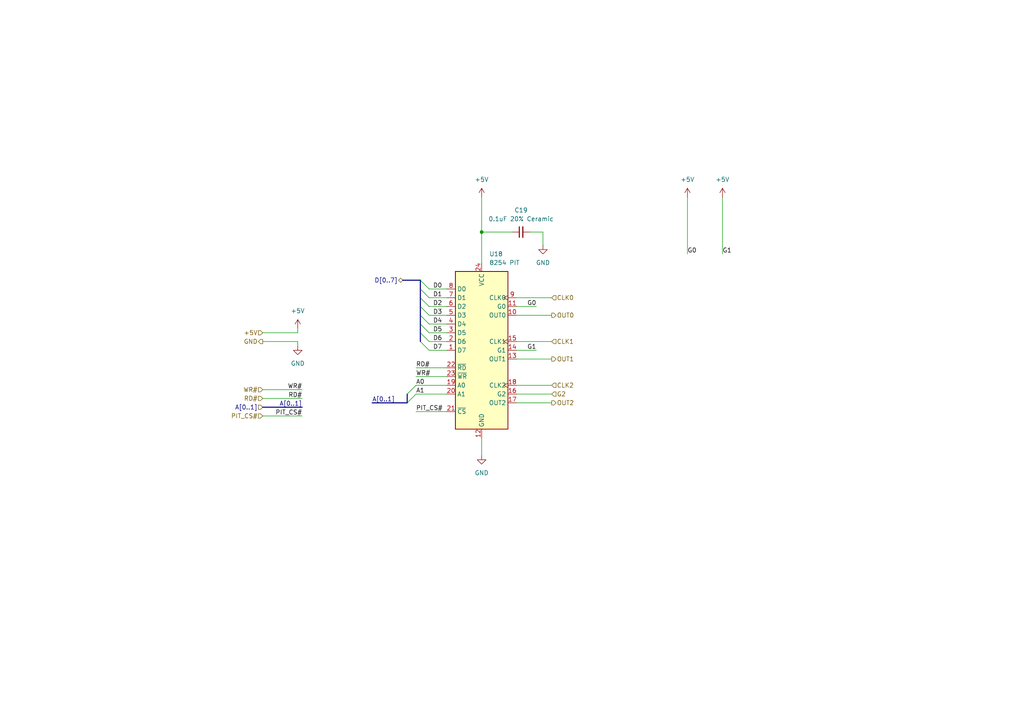
<source format=kicad_sch>
(kicad_sch
	(version 20231120)
	(generator "eeschema")
	(generator_version "8.0")
	(uuid "5d898551-e543-483b-a55c-3091811ebd14")
	(paper "A4")
	(lib_symbols
		(symbol "Device:C_Small"
			(pin_numbers hide)
			(pin_names
				(offset 0.254) hide)
			(exclude_from_sim no)
			(in_bom yes)
			(on_board yes)
			(property "Reference" "C"
				(at 0.254 1.778 0)
				(effects
					(font
						(size 1.27 1.27)
					)
					(justify left)
				)
			)
			(property "Value" "C_Small"
				(at 0.254 -2.032 0)
				(effects
					(font
						(size 1.27 1.27)
					)
					(justify left)
				)
			)
			(property "Footprint" ""
				(at 0 0 0)
				(effects
					(font
						(size 1.27 1.27)
					)
					(hide yes)
				)
			)
			(property "Datasheet" "~"
				(at 0 0 0)
				(effects
					(font
						(size 1.27 1.27)
					)
					(hide yes)
				)
			)
			(property "Description" "Unpolarized capacitor, small symbol"
				(at 0 0 0)
				(effects
					(font
						(size 1.27 1.27)
					)
					(hide yes)
				)
			)
			(property "ki_keywords" "capacitor cap"
				(at 0 0 0)
				(effects
					(font
						(size 1.27 1.27)
					)
					(hide yes)
				)
			)
			(property "ki_fp_filters" "C_*"
				(at 0 0 0)
				(effects
					(font
						(size 1.27 1.27)
					)
					(hide yes)
				)
			)
			(symbol "C_Small_0_1"
				(polyline
					(pts
						(xy -1.524 -0.508) (xy 1.524 -0.508)
					)
					(stroke
						(width 0.3302)
						(type default)
					)
					(fill
						(type none)
					)
				)
				(polyline
					(pts
						(xy -1.524 0.508) (xy 1.524 0.508)
					)
					(stroke
						(width 0.3048)
						(type default)
					)
					(fill
						(type none)
					)
				)
			)
			(symbol "C_Small_1_1"
				(pin passive line
					(at 0 2.54 270)
					(length 2.032)
					(name "~"
						(effects
							(font
								(size 1.27 1.27)
							)
						)
					)
					(number "1"
						(effects
							(font
								(size 1.27 1.27)
							)
						)
					)
				)
				(pin passive line
					(at 0 -2.54 90)
					(length 2.032)
					(name "~"
						(effects
							(font
								(size 1.27 1.27)
							)
						)
					)
					(number "2"
						(effects
							(font
								(size 1.27 1.27)
							)
						)
					)
				)
			)
		)
		(symbol "Timer:8254"
			(exclude_from_sim no)
			(in_bom yes)
			(on_board yes)
			(property "Reference" "U"
				(at -5.08 24.13 0)
				(effects
					(font
						(size 1.27 1.27)
					)
					(justify right)
				)
			)
			(property "Value" "8254"
				(at 2.54 24.13 0)
				(effects
					(font
						(size 1.27 1.27)
					)
					(justify left)
				)
			)
			(property "Footprint" "Package_DIP:DIP-24_W15.24mm"
				(at 0 0 0)
				(effects
					(font
						(size 1.27 1.27)
					)
					(hide yes)
				)
			)
			(property "Datasheet" "http://www.scs.stanford.edu/10wi-cs140/pintos/specs/8254.pdf"
				(at -11.43 22.86 0)
				(effects
					(font
						(size 1.27 1.27)
					)
					(hide yes)
				)
			)
			(property "Description" "Programmable Interval Timer, PDIP-24"
				(at 0 0 0)
				(effects
					(font
						(size 1.27 1.27)
					)
					(hide yes)
				)
			)
			(property "ki_keywords" "Timer Counter"
				(at 0 0 0)
				(effects
					(font
						(size 1.27 1.27)
					)
					(hide yes)
				)
			)
			(property "ki_fp_filters" "DIP*W15.24mm*"
				(at 0 0 0)
				(effects
					(font
						(size 1.27 1.27)
					)
					(hide yes)
				)
			)
			(symbol "8254_0_1"
				(rectangle
					(start -7.62 -22.86)
					(end 7.62 22.86)
					(stroke
						(width 0.254)
						(type default)
					)
					(fill
						(type background)
					)
				)
			)
			(symbol "8254_1_1"
				(pin bidirectional line
					(at -10.16 0 0)
					(length 2.54)
					(name "D7"
						(effects
							(font
								(size 1.27 1.27)
							)
						)
					)
					(number "1"
						(effects
							(font
								(size 1.27 1.27)
							)
						)
					)
				)
				(pin output line
					(at 10.16 10.16 180)
					(length 2.54)
					(name "OUT0"
						(effects
							(font
								(size 1.27 1.27)
							)
						)
					)
					(number "10"
						(effects
							(font
								(size 1.27 1.27)
							)
						)
					)
				)
				(pin input line
					(at 10.16 12.7 180)
					(length 2.54)
					(name "G0"
						(effects
							(font
								(size 1.27 1.27)
							)
						)
					)
					(number "11"
						(effects
							(font
								(size 1.27 1.27)
							)
						)
					)
				)
				(pin power_in line
					(at 0 -25.4 90)
					(length 2.54)
					(name "GND"
						(effects
							(font
								(size 1.27 1.27)
							)
						)
					)
					(number "12"
						(effects
							(font
								(size 1.27 1.27)
							)
						)
					)
				)
				(pin output line
					(at 10.16 -2.54 180)
					(length 2.54)
					(name "OUT1"
						(effects
							(font
								(size 1.27 1.27)
							)
						)
					)
					(number "13"
						(effects
							(font
								(size 1.27 1.27)
							)
						)
					)
				)
				(pin input line
					(at 10.16 0 180)
					(length 2.54)
					(name "G1"
						(effects
							(font
								(size 1.27 1.27)
							)
						)
					)
					(number "14"
						(effects
							(font
								(size 1.27 1.27)
							)
						)
					)
				)
				(pin input clock
					(at 10.16 2.54 180)
					(length 2.54)
					(name "CLK1"
						(effects
							(font
								(size 1.27 1.27)
							)
						)
					)
					(number "15"
						(effects
							(font
								(size 1.27 1.27)
							)
						)
					)
				)
				(pin input line
					(at 10.16 -12.7 180)
					(length 2.54)
					(name "G2"
						(effects
							(font
								(size 1.27 1.27)
							)
						)
					)
					(number "16"
						(effects
							(font
								(size 1.27 1.27)
							)
						)
					)
				)
				(pin output line
					(at 10.16 -15.24 180)
					(length 2.54)
					(name "OUT2"
						(effects
							(font
								(size 1.27 1.27)
							)
						)
					)
					(number "17"
						(effects
							(font
								(size 1.27 1.27)
							)
						)
					)
				)
				(pin input clock
					(at 10.16 -10.16 180)
					(length 2.54)
					(name "CLK2"
						(effects
							(font
								(size 1.27 1.27)
							)
						)
					)
					(number "18"
						(effects
							(font
								(size 1.27 1.27)
							)
						)
					)
				)
				(pin input line
					(at -10.16 -10.16 0)
					(length 2.54)
					(name "A0"
						(effects
							(font
								(size 1.27 1.27)
							)
						)
					)
					(number "19"
						(effects
							(font
								(size 1.27 1.27)
							)
						)
					)
				)
				(pin bidirectional line
					(at -10.16 2.54 0)
					(length 2.54)
					(name "D6"
						(effects
							(font
								(size 1.27 1.27)
							)
						)
					)
					(number "2"
						(effects
							(font
								(size 1.27 1.27)
							)
						)
					)
				)
				(pin input line
					(at -10.16 -12.7 0)
					(length 2.54)
					(name "A1"
						(effects
							(font
								(size 1.27 1.27)
							)
						)
					)
					(number "20"
						(effects
							(font
								(size 1.27 1.27)
							)
						)
					)
				)
				(pin input line
					(at -10.16 -17.78 0)
					(length 2.54)
					(name "~{CS}"
						(effects
							(font
								(size 1.27 1.27)
							)
						)
					)
					(number "21"
						(effects
							(font
								(size 1.27 1.27)
							)
						)
					)
				)
				(pin input line
					(at -10.16 -5.08 0)
					(length 2.54)
					(name "~{RD}"
						(effects
							(font
								(size 1.27 1.27)
							)
						)
					)
					(number "22"
						(effects
							(font
								(size 1.27 1.27)
							)
						)
					)
				)
				(pin input line
					(at -10.16 -7.62 0)
					(length 2.54)
					(name "~{WR}"
						(effects
							(font
								(size 1.27 1.27)
							)
						)
					)
					(number "23"
						(effects
							(font
								(size 1.27 1.27)
							)
						)
					)
				)
				(pin power_in line
					(at 0 25.4 270)
					(length 2.54)
					(name "VCC"
						(effects
							(font
								(size 1.27 1.27)
							)
						)
					)
					(number "24"
						(effects
							(font
								(size 1.27 1.27)
							)
						)
					)
				)
				(pin bidirectional line
					(at -10.16 5.08 0)
					(length 2.54)
					(name "D5"
						(effects
							(font
								(size 1.27 1.27)
							)
						)
					)
					(number "3"
						(effects
							(font
								(size 1.27 1.27)
							)
						)
					)
				)
				(pin bidirectional line
					(at -10.16 7.62 0)
					(length 2.54)
					(name "D4"
						(effects
							(font
								(size 1.27 1.27)
							)
						)
					)
					(number "4"
						(effects
							(font
								(size 1.27 1.27)
							)
						)
					)
				)
				(pin bidirectional line
					(at -10.16 10.16 0)
					(length 2.54)
					(name "D3"
						(effects
							(font
								(size 1.27 1.27)
							)
						)
					)
					(number "5"
						(effects
							(font
								(size 1.27 1.27)
							)
						)
					)
				)
				(pin bidirectional line
					(at -10.16 12.7 0)
					(length 2.54)
					(name "D2"
						(effects
							(font
								(size 1.27 1.27)
							)
						)
					)
					(number "6"
						(effects
							(font
								(size 1.27 1.27)
							)
						)
					)
				)
				(pin bidirectional line
					(at -10.16 15.24 0)
					(length 2.54)
					(name "D1"
						(effects
							(font
								(size 1.27 1.27)
							)
						)
					)
					(number "7"
						(effects
							(font
								(size 1.27 1.27)
							)
						)
					)
				)
				(pin bidirectional line
					(at -10.16 17.78 0)
					(length 2.54)
					(name "D0"
						(effects
							(font
								(size 1.27 1.27)
							)
						)
					)
					(number "8"
						(effects
							(font
								(size 1.27 1.27)
							)
						)
					)
				)
				(pin input clock
					(at 10.16 15.24 180)
					(length 2.54)
					(name "CLK0"
						(effects
							(font
								(size 1.27 1.27)
							)
						)
					)
					(number "9"
						(effects
							(font
								(size 1.27 1.27)
							)
						)
					)
				)
			)
		)
		(symbol "power:+5V"
			(power)
			(pin_names
				(offset 0)
			)
			(exclude_from_sim no)
			(in_bom yes)
			(on_board yes)
			(property "Reference" "#PWR"
				(at 0 -3.81 0)
				(effects
					(font
						(size 1.27 1.27)
					)
					(hide yes)
				)
			)
			(property "Value" "+5V"
				(at 0 3.556 0)
				(effects
					(font
						(size 1.27 1.27)
					)
				)
			)
			(property "Footprint" ""
				(at 0 0 0)
				(effects
					(font
						(size 1.27 1.27)
					)
					(hide yes)
				)
			)
			(property "Datasheet" ""
				(at 0 0 0)
				(effects
					(font
						(size 1.27 1.27)
					)
					(hide yes)
				)
			)
			(property "Description" "Power symbol creates a global label with name \"+5V\""
				(at 0 0 0)
				(effects
					(font
						(size 1.27 1.27)
					)
					(hide yes)
				)
			)
			(property "ki_keywords" "global power"
				(at 0 0 0)
				(effects
					(font
						(size 1.27 1.27)
					)
					(hide yes)
				)
			)
			(symbol "+5V_0_1"
				(polyline
					(pts
						(xy -0.762 1.27) (xy 0 2.54)
					)
					(stroke
						(width 0)
						(type default)
					)
					(fill
						(type none)
					)
				)
				(polyline
					(pts
						(xy 0 0) (xy 0 2.54)
					)
					(stroke
						(width 0)
						(type default)
					)
					(fill
						(type none)
					)
				)
				(polyline
					(pts
						(xy 0 2.54) (xy 0.762 1.27)
					)
					(stroke
						(width 0)
						(type default)
					)
					(fill
						(type none)
					)
				)
			)
			(symbol "+5V_1_1"
				(pin power_in line
					(at 0 0 90)
					(length 0) hide
					(name "+5V"
						(effects
							(font
								(size 1.27 1.27)
							)
						)
					)
					(number "1"
						(effects
							(font
								(size 1.27 1.27)
							)
						)
					)
				)
			)
		)
		(symbol "power:GND"
			(power)
			(pin_names
				(offset 0)
			)
			(exclude_from_sim no)
			(in_bom yes)
			(on_board yes)
			(property "Reference" "#PWR"
				(at 0 -6.35 0)
				(effects
					(font
						(size 1.27 1.27)
					)
					(hide yes)
				)
			)
			(property "Value" "GND"
				(at 0 -3.81 0)
				(effects
					(font
						(size 1.27 1.27)
					)
				)
			)
			(property "Footprint" ""
				(at 0 0 0)
				(effects
					(font
						(size 1.27 1.27)
					)
					(hide yes)
				)
			)
			(property "Datasheet" ""
				(at 0 0 0)
				(effects
					(font
						(size 1.27 1.27)
					)
					(hide yes)
				)
			)
			(property "Description" "Power symbol creates a global label with name \"GND\" , ground"
				(at 0 0 0)
				(effects
					(font
						(size 1.27 1.27)
					)
					(hide yes)
				)
			)
			(property "ki_keywords" "global power"
				(at 0 0 0)
				(effects
					(font
						(size 1.27 1.27)
					)
					(hide yes)
				)
			)
			(symbol "GND_0_1"
				(polyline
					(pts
						(xy 0 0) (xy 0 -1.27) (xy 1.27 -1.27) (xy 0 -2.54) (xy -1.27 -1.27) (xy 0 -1.27)
					)
					(stroke
						(width 0)
						(type default)
					)
					(fill
						(type none)
					)
				)
			)
			(symbol "GND_1_1"
				(pin power_in line
					(at 0 0 270)
					(length 0) hide
					(name "GND"
						(effects
							(font
								(size 1.27 1.27)
							)
						)
					)
					(number "1"
						(effects
							(font
								(size 1.27 1.27)
							)
						)
					)
				)
			)
		)
	)
	(junction
		(at 139.7 67.31)
		(diameter 0)
		(color 0 0 0 0)
		(uuid "7d5f9257-1468-4f65-b6d2-22a3b2fe31e0")
	)
	(bus_entry
		(at 118.11 116.84)
		(size 2.54 -2.54)
		(stroke
			(width 0)
			(type default)
		)
		(uuid "1862b924-071c-409c-9f1c-38e02c581748")
	)
	(bus_entry
		(at 124.46 91.44)
		(size -2.54 -2.54)
		(stroke
			(width 0)
			(type default)
		)
		(uuid "1a2aaeb5-a108-454a-98b2-5adff71aa3df")
	)
	(bus_entry
		(at 124.46 99.06)
		(size -2.54 -2.54)
		(stroke
			(width 0)
			(type default)
		)
		(uuid "5db84610-c4d8-43e1-9f9c-bb83eeb06900")
	)
	(bus_entry
		(at 118.11 114.3)
		(size 2.54 -2.54)
		(stroke
			(width 0)
			(type default)
		)
		(uuid "677a64e4-ae5f-459e-b9a0-36df733b1d26")
	)
	(bus_entry
		(at 124.46 101.6)
		(size -2.54 -2.54)
		(stroke
			(width 0)
			(type default)
		)
		(uuid "689cb59d-16b0-4c3f-ab29-b4b79b1513b4")
	)
	(bus_entry
		(at 124.46 86.36)
		(size -2.54 -2.54)
		(stroke
			(width 0)
			(type default)
		)
		(uuid "778c9075-e2bd-41e3-b9f0-d9dd306c7745")
	)
	(bus_entry
		(at 124.46 88.9)
		(size -2.54 -2.54)
		(stroke
			(width 0)
			(type default)
		)
		(uuid "79ebe354-3574-437b-b16b-413ebb5d3830")
	)
	(bus_entry
		(at 124.46 93.98)
		(size -2.54 -2.54)
		(stroke
			(width 0)
			(type default)
		)
		(uuid "9f1af18b-aaa8-4860-8373-be8669130f1d")
	)
	(bus_entry
		(at 124.46 83.82)
		(size -2.54 -2.54)
		(stroke
			(width 0)
			(type default)
		)
		(uuid "b951b975-7857-48f2-bc78-2f2d842c4bd3")
	)
	(bus_entry
		(at 124.46 96.52)
		(size -2.54 -2.54)
		(stroke
			(width 0)
			(type default)
		)
		(uuid "e25a7823-ce8a-4e07-8fd7-79a75f858cf2")
	)
	(wire
		(pts
			(xy 129.54 96.52) (xy 124.46 96.52)
		)
		(stroke
			(width 0)
			(type default)
		)
		(uuid "01e85c18-9bb6-4add-95b3-a966fa77ac93")
	)
	(wire
		(pts
			(xy 86.36 96.52) (xy 86.36 95.25)
		)
		(stroke
			(width 0)
			(type default)
		)
		(uuid "026fc1c0-661f-4fef-a15a-1431b45766e6")
	)
	(bus
		(pts
			(xy 121.92 91.44) (xy 121.92 93.98)
		)
		(stroke
			(width 0)
			(type default)
		)
		(uuid "03cdc89b-58c2-4f17-b9fa-b2603269c0fb")
	)
	(wire
		(pts
			(xy 87.63 113.03) (xy 76.2 113.03)
		)
		(stroke
			(width 0)
			(type default)
		)
		(uuid "0821537e-84cf-4876-b5c9-62befa2a0102")
	)
	(wire
		(pts
			(xy 139.7 127) (xy 139.7 132.08)
		)
		(stroke
			(width 0)
			(type default)
		)
		(uuid "1bdd8876-7714-46fd-80b2-47a2a0734cd2")
	)
	(wire
		(pts
			(xy 149.86 104.14) (xy 160.02 104.14)
		)
		(stroke
			(width 0)
			(type default)
		)
		(uuid "239c1a3c-4b8d-4c16-a535-5dfbb228baf2")
	)
	(wire
		(pts
			(xy 149.86 91.44) (xy 160.02 91.44)
		)
		(stroke
			(width 0)
			(type default)
		)
		(uuid "267f02ba-97c2-47ea-830a-97f3e06d0284")
	)
	(bus
		(pts
			(xy 107.95 116.84) (xy 118.11 116.84)
		)
		(stroke
			(width 0)
			(type default)
		)
		(uuid "268880f1-8021-4369-9efc-9145e4970ceb")
	)
	(wire
		(pts
			(xy 87.63 120.65) (xy 76.2 120.65)
		)
		(stroke
			(width 0)
			(type default)
		)
		(uuid "30870b6c-8163-4f3d-9423-9a618f3e99e6")
	)
	(wire
		(pts
			(xy 129.54 99.06) (xy 124.46 99.06)
		)
		(stroke
			(width 0)
			(type default)
		)
		(uuid "3258b6a2-8c90-4a0a-b8ec-25ad531ef5a8")
	)
	(wire
		(pts
			(xy 149.86 99.06) (xy 160.02 99.06)
		)
		(stroke
			(width 0)
			(type default)
		)
		(uuid "3469117c-c805-46a1-acd6-677256361734")
	)
	(wire
		(pts
			(xy 149.86 116.84) (xy 160.02 116.84)
		)
		(stroke
			(width 0)
			(type default)
		)
		(uuid "378c7f35-5d31-4940-83aa-4726dab150be")
	)
	(wire
		(pts
			(xy 76.2 99.06) (xy 86.36 99.06)
		)
		(stroke
			(width 0)
			(type default)
		)
		(uuid "3e8d0c54-785d-48e8-ae79-ab4b655d2f35")
	)
	(wire
		(pts
			(xy 149.86 114.3) (xy 160.02 114.3)
		)
		(stroke
			(width 0)
			(type default)
		)
		(uuid "47234222-0321-4965-ade0-702b07a66282")
	)
	(wire
		(pts
			(xy 129.54 93.98) (xy 124.46 93.98)
		)
		(stroke
			(width 0)
			(type default)
		)
		(uuid "49e314fe-e856-4b90-ab09-e853f357bfc3")
	)
	(wire
		(pts
			(xy 139.7 67.31) (xy 139.7 76.2)
		)
		(stroke
			(width 0)
			(type default)
		)
		(uuid "4e0de54a-4adc-4374-890f-5815f11a2843")
	)
	(wire
		(pts
			(xy 139.7 67.31) (xy 148.59 67.31)
		)
		(stroke
			(width 0)
			(type default)
		)
		(uuid "5dae6825-a31f-4cff-b4bc-9b636a614d70")
	)
	(bus
		(pts
			(xy 121.92 88.9) (xy 121.92 91.44)
		)
		(stroke
			(width 0)
			(type default)
		)
		(uuid "60b25077-cab4-4db6-999a-648e2686abe5")
	)
	(wire
		(pts
			(xy 153.67 67.31) (xy 157.48 67.31)
		)
		(stroke
			(width 0)
			(type default)
		)
		(uuid "612cea79-b917-4298-a0cb-5809e22f5aa0")
	)
	(wire
		(pts
			(xy 76.2 96.52) (xy 86.36 96.52)
		)
		(stroke
			(width 0)
			(type default)
		)
		(uuid "62423d4c-fca0-4768-9848-97fc7c91f6b3")
	)
	(bus
		(pts
			(xy 121.92 83.82) (xy 121.92 86.36)
		)
		(stroke
			(width 0)
			(type default)
		)
		(uuid "6318b9aa-57e5-4277-8a53-badcda97fa8e")
	)
	(wire
		(pts
			(xy 120.65 111.76) (xy 129.54 111.76)
		)
		(stroke
			(width 0)
			(type default)
		)
		(uuid "64c250ae-d4c7-480b-ace0-438db1e759f0")
	)
	(bus
		(pts
			(xy 76.2 118.11) (xy 87.63 118.11)
		)
		(stroke
			(width 0)
			(type default)
		)
		(uuid "77c37134-ed57-45a1-b349-ac1e888ee854")
	)
	(wire
		(pts
			(xy 129.54 83.82) (xy 124.46 83.82)
		)
		(stroke
			(width 0)
			(type default)
		)
		(uuid "7824ce23-f69a-4a8f-8365-4b85a2902515")
	)
	(bus
		(pts
			(xy 121.92 96.52) (xy 121.92 99.06)
		)
		(stroke
			(width 0)
			(type default)
		)
		(uuid "811d3568-1c88-4c85-bca9-22ad684976c7")
	)
	(wire
		(pts
			(xy 149.86 101.6) (xy 155.575 101.6)
		)
		(stroke
			(width 0)
			(type default)
		)
		(uuid "86ebb046-a72c-4444-b3ee-896c40be58e2")
	)
	(wire
		(pts
			(xy 149.86 86.36) (xy 160.02 86.36)
		)
		(stroke
			(width 0)
			(type default)
		)
		(uuid "88db7e66-5aeb-483d-a740-ddb6af5696fd")
	)
	(wire
		(pts
			(xy 129.54 86.36) (xy 124.46 86.36)
		)
		(stroke
			(width 0)
			(type default)
		)
		(uuid "8be7c1f7-5606-49dc-b430-f74e8d73d363")
	)
	(bus
		(pts
			(xy 121.92 93.98) (xy 121.92 96.52)
		)
		(stroke
			(width 0)
			(type default)
		)
		(uuid "958e9149-61d7-4934-8dac-30e06a7436f2")
	)
	(wire
		(pts
			(xy 209.55 57.15) (xy 209.55 73.66)
		)
		(stroke
			(width 0)
			(type default)
		)
		(uuid "968810a1-1fba-4c72-868a-c16d66af5def")
	)
	(wire
		(pts
			(xy 199.39 57.15) (xy 199.39 73.66)
		)
		(stroke
			(width 0)
			(type default)
		)
		(uuid "96a1f711-acea-48d0-a1e8-31fed513b137")
	)
	(wire
		(pts
			(xy 120.65 119.38) (xy 129.54 119.38)
		)
		(stroke
			(width 0)
			(type default)
		)
		(uuid "a4cc7f5b-2711-447a-9994-1cead1f5eb77")
	)
	(wire
		(pts
			(xy 129.54 88.9) (xy 124.46 88.9)
		)
		(stroke
			(width 0)
			(type default)
		)
		(uuid "a5fba3f5-c2ac-4c4f-94b6-908cc32851f1")
	)
	(wire
		(pts
			(xy 120.65 114.3) (xy 129.54 114.3)
		)
		(stroke
			(width 0)
			(type default)
		)
		(uuid "b65b043d-4115-42fa-b2a4-ea5e2817d291")
	)
	(wire
		(pts
			(xy 129.54 91.44) (xy 124.46 91.44)
		)
		(stroke
			(width 0)
			(type default)
		)
		(uuid "b9ae8c05-84f4-4776-a925-bb1d0a2ee2a8")
	)
	(bus
		(pts
			(xy 118.11 114.3) (xy 118.11 116.84)
		)
		(stroke
			(width 0)
			(type default)
		)
		(uuid "c76b7876-932b-4e69-bd87-ecae478d5d5c")
	)
	(wire
		(pts
			(xy 149.86 111.76) (xy 160.02 111.76)
		)
		(stroke
			(width 0)
			(type default)
		)
		(uuid "c866c183-fd49-4af2-b7c7-409ee75b69bf")
	)
	(wire
		(pts
			(xy 129.54 101.6) (xy 124.46 101.6)
		)
		(stroke
			(width 0)
			(type default)
		)
		(uuid "ce0761e4-9b7b-4cf6-9964-3df8b933e735")
	)
	(bus
		(pts
			(xy 116.84 81.28) (xy 121.92 81.28)
		)
		(stroke
			(width 0)
			(type default)
		)
		(uuid "d1057cb6-a940-4207-b1e3-d47111589a5c")
	)
	(wire
		(pts
			(xy 157.48 67.31) (xy 157.48 71.12)
		)
		(stroke
			(width 0)
			(type default)
		)
		(uuid "d4ac65c3-13f5-4731-bfb3-ddffbf093398")
	)
	(wire
		(pts
			(xy 86.36 99.06) (xy 86.36 100.33)
		)
		(stroke
			(width 0)
			(type default)
		)
		(uuid "e0289e24-c3e8-4892-b18a-6396e825a059")
	)
	(wire
		(pts
			(xy 139.7 57.15) (xy 139.7 67.31)
		)
		(stroke
			(width 0)
			(type default)
		)
		(uuid "e1913853-b978-4381-b6ac-9da432d75c06")
	)
	(wire
		(pts
			(xy 120.65 106.68) (xy 129.54 106.68)
		)
		(stroke
			(width 0)
			(type default)
		)
		(uuid "e77039de-7e58-4b85-a319-47fa40497697")
	)
	(wire
		(pts
			(xy 149.86 88.9) (xy 155.575 88.9)
		)
		(stroke
			(width 0)
			(type default)
		)
		(uuid "e9cd95ea-1738-4848-a2c5-d7e7e70690d2")
	)
	(bus
		(pts
			(xy 121.92 86.36) (xy 121.92 88.9)
		)
		(stroke
			(width 0)
			(type default)
		)
		(uuid "ebadfa81-3389-4fa6-b7eb-2813bac99449")
	)
	(wire
		(pts
			(xy 120.65 109.22) (xy 129.54 109.22)
		)
		(stroke
			(width 0)
			(type default)
		)
		(uuid "ed2ee522-12fa-4beb-955b-7b705699442b")
	)
	(wire
		(pts
			(xy 87.63 115.57) (xy 76.2 115.57)
		)
		(stroke
			(width 0)
			(type default)
		)
		(uuid "ed454779-414a-434d-8b02-6b65f5d046d8")
	)
	(bus
		(pts
			(xy 121.92 81.28) (xy 121.92 83.82)
		)
		(stroke
			(width 0)
			(type default)
		)
		(uuid "fead405d-295e-4047-9513-ad78f8137f0e")
	)
	(label "A1"
		(at 120.65 114.3 0)
		(fields_autoplaced yes)
		(effects
			(font
				(size 1.27 1.27)
			)
			(justify left bottom)
		)
		(uuid "000c3b83-fa78-4d4b-bb19-5ccffb3cba9c")
	)
	(label "WR#"
		(at 87.63 113.03 180)
		(fields_autoplaced yes)
		(effects
			(font
				(size 1.27 1.27)
			)
			(justify right bottom)
		)
		(uuid "0a1712d3-e55c-43b6-a1cb-290a50df6c05")
	)
	(label "WR#"
		(at 120.65 109.22 0)
		(fields_autoplaced yes)
		(effects
			(font
				(size 1.27 1.27)
			)
			(justify left bottom)
		)
		(uuid "0d154aee-7341-48ec-b811-efbe68d1a779")
	)
	(label "A[0..1]"
		(at 87.63 118.11 180)
		(fields_autoplaced yes)
		(effects
			(font
				(size 1.27 1.27)
			)
			(justify right bottom)
		)
		(uuid "1c5bfe05-8ec5-49c7-b6df-daba6743ee19")
	)
	(label "RD#"
		(at 120.65 106.68 0)
		(fields_autoplaced yes)
		(effects
			(font
				(size 1.27 1.27)
			)
			(justify left bottom)
		)
		(uuid "43f97bd8-5c09-4e4d-a1a7-83ec3eacd311")
	)
	(label "G1"
		(at 209.55 73.66 0)
		(fields_autoplaced yes)
		(effects
			(font
				(size 1.27 1.27)
			)
			(justify left bottom)
		)
		(uuid "4df6d4a7-3b8c-49cd-a883-d9877bc1cf81")
	)
	(label "D2"
		(at 128.27 88.9 180)
		(fields_autoplaced yes)
		(effects
			(font
				(size 1.27 1.27)
			)
			(justify right bottom)
		)
		(uuid "5d6e1668-e91c-4752-851d-fc2262ad0146")
	)
	(label "G0"
		(at 155.575 88.9 180)
		(fields_autoplaced yes)
		(effects
			(font
				(size 1.27 1.27)
			)
			(justify right bottom)
		)
		(uuid "67d5ee91-f32a-40be-adbb-4f5ad750f758")
	)
	(label "PIT_CS#"
		(at 87.63 120.65 180)
		(fields_autoplaced yes)
		(effects
			(font
				(size 1.27 1.27)
			)
			(justify right bottom)
		)
		(uuid "6f8a50ba-9210-4766-8a32-059d2862384c")
	)
	(label "D3"
		(at 128.27 91.44 180)
		(fields_autoplaced yes)
		(effects
			(font
				(size 1.27 1.27)
			)
			(justify right bottom)
		)
		(uuid "80485f7b-69dc-4ace-a943-9dc801e6c406")
	)
	(label "D5"
		(at 128.27 96.52 180)
		(fields_autoplaced yes)
		(effects
			(font
				(size 1.27 1.27)
			)
			(justify right bottom)
		)
		(uuid "823bd66e-5c26-457e-a964-ba65065b978b")
	)
	(label "D6"
		(at 128.27 99.06 180)
		(fields_autoplaced yes)
		(effects
			(font
				(size 1.27 1.27)
			)
			(justify right bottom)
		)
		(uuid "8a6b72dd-2091-4419-a41a-d74ed82957ab")
	)
	(label "D0"
		(at 128.27 83.82 180)
		(fields_autoplaced yes)
		(effects
			(font
				(size 1.27 1.27)
			)
			(justify right bottom)
		)
		(uuid "98fc507b-ffbf-4407-9342-28b060dad3f3")
	)
	(label "D7"
		(at 128.27 101.6 180)
		(fields_autoplaced yes)
		(effects
			(font
				(size 1.27 1.27)
			)
			(justify right bottom)
		)
		(uuid "a7862fc0-fda7-43fd-badd-73b920b4539d")
	)
	(label "A0"
		(at 120.65 111.76 0)
		(fields_autoplaced yes)
		(effects
			(font
				(size 1.27 1.27)
			)
			(justify left bottom)
		)
		(uuid "b489eccc-16e3-4a94-8143-2408192afa3c")
	)
	(label "D4"
		(at 128.27 93.98 180)
		(fields_autoplaced yes)
		(effects
			(font
				(size 1.27 1.27)
			)
			(justify right bottom)
		)
		(uuid "c161a811-8d36-402d-b392-8afb0fbdb7a0")
	)
	(label "A[0..1]"
		(at 107.95 116.84 0)
		(fields_autoplaced yes)
		(effects
			(font
				(size 1.27 1.27)
			)
			(justify left bottom)
		)
		(uuid "c37d6996-4758-4265-ab85-e94eccb19422")
	)
	(label "G0"
		(at 199.39 73.66 0)
		(fields_autoplaced yes)
		(effects
			(font
				(size 1.27 1.27)
			)
			(justify left bottom)
		)
		(uuid "d40055fa-0f29-4ef0-8caa-a5265838cbbf")
	)
	(label "RD#"
		(at 87.63 115.57 180)
		(fields_autoplaced yes)
		(effects
			(font
				(size 1.27 1.27)
			)
			(justify right bottom)
		)
		(uuid "d484a605-c8c0-4f13-a0c4-8f2c328b05f6")
	)
	(label "D1"
		(at 128.27 86.36 180)
		(fields_autoplaced yes)
		(effects
			(font
				(size 1.27 1.27)
			)
			(justify right bottom)
		)
		(uuid "e1b95be6-06ba-479b-928e-be59fb0e9899")
	)
	(label "G1"
		(at 155.575 101.6 180)
		(fields_autoplaced yes)
		(effects
			(font
				(size 1.27 1.27)
			)
			(justify right bottom)
		)
		(uuid "ebb05121-462b-4983-b173-d52b9c93fa1b")
	)
	(label "PIT_CS#"
		(at 120.65 119.38 0)
		(fields_autoplaced yes)
		(effects
			(font
				(size 1.27 1.27)
			)
			(justify left bottom)
		)
		(uuid "f83b8605-75b1-4fc3-ab0a-f7202225124a")
	)
	(hierarchical_label "CLK2"
		(shape input)
		(at 160.02 111.76 0)
		(fields_autoplaced yes)
		(effects
			(font
				(size 1.27 1.27)
			)
			(justify left)
		)
		(uuid "04aa1e8d-e1a5-4aa3-a554-7d14cff53919")
	)
	(hierarchical_label "OUT2"
		(shape output)
		(at 160.02 116.84 0)
		(fields_autoplaced yes)
		(effects
			(font
				(size 1.27 1.27)
			)
			(justify left)
		)
		(uuid "0a0e9b6e-e0fa-4b71-8aae-5c4f676d72f2")
	)
	(hierarchical_label "OUT0"
		(shape output)
		(at 160.02 91.44 0)
		(fields_autoplaced yes)
		(effects
			(font
				(size 1.27 1.27)
			)
			(justify left)
		)
		(uuid "0a184bd6-7082-4d3f-8829-f202352e9cde")
	)
	(hierarchical_label "GND"
		(shape output)
		(at 76.2 99.06 180)
		(fields_autoplaced yes)
		(effects
			(font
				(size 1.27 1.27)
			)
			(justify right)
		)
		(uuid "0e046e94-4330-4671-a1e2-cdb01ad9090b")
	)
	(hierarchical_label "+5V"
		(shape input)
		(at 76.2 96.52 180)
		(fields_autoplaced yes)
		(effects
			(font
				(size 1.27 1.27)
			)
			(justify right)
		)
		(uuid "34a55043-22ad-4890-a171-2c7c1ab49d33")
	)
	(hierarchical_label "D[0..7]"
		(shape bidirectional)
		(at 116.84 81.28 180)
		(fields_autoplaced yes)
		(effects
			(font
				(size 1.27 1.27)
			)
			(justify right)
		)
		(uuid "5c3b8ee9-b77b-4ff0-bbb2-a86ee7322bdc")
	)
	(hierarchical_label "G2"
		(shape input)
		(at 160.02 114.3 0)
		(fields_autoplaced yes)
		(effects
			(font
				(size 1.27 1.27)
			)
			(justify left)
		)
		(uuid "674490b4-ad9c-4859-9531-d840a9b1eb9e")
	)
	(hierarchical_label "CLK0"
		(shape input)
		(at 160.02 86.36 0)
		(fields_autoplaced yes)
		(effects
			(font
				(size 1.27 1.27)
			)
			(justify left)
		)
		(uuid "73177298-984a-4942-8e5b-12bd99f651dd")
	)
	(hierarchical_label "A[0..1]"
		(shape input)
		(at 76.2 118.11 180)
		(fields_autoplaced yes)
		(effects
			(font
				(size 1.27 1.27)
			)
			(justify right)
		)
		(uuid "97d5c0ff-1893-4d9e-8b30-7ded469de1a2")
	)
	(hierarchical_label "WR#"
		(shape input)
		(at 76.2 113.03 180)
		(fields_autoplaced yes)
		(effects
			(font
				(size 1.27 1.27)
			)
			(justify right)
		)
		(uuid "a7656033-dac8-4672-bafb-61dbe9a27c27")
	)
	(hierarchical_label "PIT_CS#"
		(shape input)
		(at 76.2 120.65 180)
		(fields_autoplaced yes)
		(effects
			(font
				(size 1.27 1.27)
			)
			(justify right)
		)
		(uuid "c9dbf236-003b-431f-82c4-551bf5d649e6")
	)
	(hierarchical_label "RD#"
		(shape input)
		(at 76.2 115.57 180)
		(fields_autoplaced yes)
		(effects
			(font
				(size 1.27 1.27)
			)
			(justify right)
		)
		(uuid "d132a620-df96-4f56-a858-e28ff4f51591")
	)
	(hierarchical_label "CLK1"
		(shape input)
		(at 160.02 99.06 0)
		(fields_autoplaced yes)
		(effects
			(font
				(size 1.27 1.27)
			)
			(justify left)
		)
		(uuid "e9123e72-eaea-4bd5-9c7f-5fd7a3b9cad3")
	)
	(hierarchical_label "OUT1"
		(shape output)
		(at 160.02 104.14 0)
		(fields_autoplaced yes)
		(effects
			(font
				(size 1.27 1.27)
			)
			(justify left)
		)
		(uuid "eb34ddab-908a-46eb-8544-f061184b4818")
	)
	(symbol
		(lib_id "power:GND")
		(at 157.48 71.12 0)
		(unit 1)
		(exclude_from_sim no)
		(in_bom yes)
		(on_board yes)
		(dnp no)
		(fields_autoplaced yes)
		(uuid "069d7756-d843-41f4-a34a-646750501e93")
		(property "Reference" "#PWR0111"
			(at 157.48 77.47 0)
			(effects
				(font
					(size 1.27 1.27)
				)
				(hide yes)
			)
		)
		(property "Value" "GND"
			(at 157.48 76.2 0)
			(effects
				(font
					(size 1.27 1.27)
				)
			)
		)
		(property "Footprint" ""
			(at 157.48 71.12 0)
			(effects
				(font
					(size 1.27 1.27)
				)
				(hide yes)
			)
		)
		(property "Datasheet" ""
			(at 157.48 71.12 0)
			(effects
				(font
					(size 1.27 1.27)
				)
				(hide yes)
			)
		)
		(property "Description" ""
			(at 157.48 71.12 0)
			(effects
				(font
					(size 1.27 1.27)
				)
				(hide yes)
			)
		)
		(pin "1"
			(uuid "98332a55-4312-4450-b444-3aaabfac3cae")
		)
		(instances
			(project "prototype_8088"
				(path "/5e468d94-0319-44d1-a77f-2adc451eed13/dc082762-fe67-486b-b56c-72b8eb99ff93"
					(reference "#PWR0111")
					(unit 1)
				)
			)
		)
	)
	(symbol
		(lib_id "power:+5V")
		(at 139.7 57.15 0)
		(unit 1)
		(exclude_from_sim no)
		(in_bom yes)
		(on_board yes)
		(dnp no)
		(fields_autoplaced yes)
		(uuid "3b47b074-e7c1-4b1c-831d-abdfce736cf5")
		(property "Reference" "#PWR0108"
			(at 139.7 60.96 0)
			(effects
				(font
					(size 1.27 1.27)
				)
				(hide yes)
			)
		)
		(property "Value" "+5V"
			(at 139.7 52.07 0)
			(effects
				(font
					(size 1.27 1.27)
				)
			)
		)
		(property "Footprint" ""
			(at 139.7 57.15 0)
			(effects
				(font
					(size 1.27 1.27)
				)
				(hide yes)
			)
		)
		(property "Datasheet" ""
			(at 139.7 57.15 0)
			(effects
				(font
					(size 1.27 1.27)
				)
				(hide yes)
			)
		)
		(property "Description" ""
			(at 139.7 57.15 0)
			(effects
				(font
					(size 1.27 1.27)
				)
				(hide yes)
			)
		)
		(pin "1"
			(uuid "a6eb01c6-3701-4eb1-b467-2dc7f3ccfb7e")
		)
		(instances
			(project "prototype_8088"
				(path "/5e468d94-0319-44d1-a77f-2adc451eed13/dc082762-fe67-486b-b56c-72b8eb99ff93"
					(reference "#PWR0108")
					(unit 1)
				)
			)
		)
	)
	(symbol
		(lib_id "Device:C_Small")
		(at 151.13 67.31 90)
		(unit 1)
		(exclude_from_sim no)
		(in_bom yes)
		(on_board yes)
		(dnp no)
		(fields_autoplaced yes)
		(uuid "91495136-6f52-4815-aa5c-c04b2c9000ab")
		(property "Reference" "C19"
			(at 151.1363 60.96 90)
			(effects
				(font
					(size 1.27 1.27)
				)
			)
		)
		(property "Value" "0.1uF 20% Ceramic"
			(at 151.1363 63.5 90)
			(effects
				(font
					(size 1.27 1.27)
				)
			)
		)
		(property "Footprint" "Capacitor_THT:C_Disc_D3.8mm_W2.6mm_P2.50mm"
			(at 151.13 67.31 0)
			(effects
				(font
					(size 1.27 1.27)
				)
				(hide yes)
			)
		)
		(property "Datasheet" "~"
			(at 151.13 67.31 0)
			(effects
				(font
					(size 1.27 1.27)
				)
				(hide yes)
			)
		)
		(property "Description" ""
			(at 151.13 67.31 0)
			(effects
				(font
					(size 1.27 1.27)
				)
				(hide yes)
			)
		)
		(pin "2"
			(uuid "7b1bd4bc-45a8-4990-8254-2b6e5f45ba7f")
		)
		(pin "1"
			(uuid "94ceb25a-8842-4a94-ab4f-6377ed08b45a")
		)
		(instances
			(project "prototype_8088"
				(path "/5e468d94-0319-44d1-a77f-2adc451eed13/dc082762-fe67-486b-b56c-72b8eb99ff93"
					(reference "C19")
					(unit 1)
				)
			)
		)
	)
	(symbol
		(lib_id "Timer:8254")
		(at 139.7 101.6 0)
		(unit 1)
		(exclude_from_sim no)
		(in_bom yes)
		(on_board yes)
		(dnp no)
		(fields_autoplaced yes)
		(uuid "94f8cddf-e5bf-43c9-b849-ab55b2b88ad4")
		(property "Reference" "U18"
			(at 141.8941 73.66 0)
			(effects
				(font
					(size 1.27 1.27)
				)
				(justify left)
			)
		)
		(property "Value" "8254 PIT"
			(at 141.8941 76.2 0)
			(effects
				(font
					(size 1.27 1.27)
				)
				(justify left)
			)
		)
		(property "Footprint" "Package_DIP:DIP-24_W15.24mm_Socket"
			(at 139.7 101.6 0)
			(effects
				(font
					(size 1.27 1.27)
				)
				(hide yes)
			)
		)
		(property "Datasheet" "http://www.scs.stanford.edu/10wi-cs140/pintos/specs/8254.pdf"
			(at 128.27 78.74 0)
			(effects
				(font
					(size 1.27 1.27)
				)
				(hide yes)
			)
		)
		(property "Description" ""
			(at 139.7 101.6 0)
			(effects
				(font
					(size 1.27 1.27)
				)
				(hide yes)
			)
		)
		(pin "15"
			(uuid "ba1adbfb-04dc-49d9-becd-4f11223a46a0")
		)
		(pin "12"
			(uuid "736bea9f-e8fa-475f-b17d-107dc188fa85")
		)
		(pin "14"
			(uuid "c6d62284-c05e-47b2-b106-3435f4a1a0bb")
		)
		(pin "22"
			(uuid "04d8f7b0-8a70-4a9b-9a5c-da14941cd501")
		)
		(pin "17"
			(uuid "703b2e34-bb28-46fa-b716-8ebee998f9a1")
		)
		(pin "23"
			(uuid "fc14b6d5-2fe1-4a20-9bec-268bf006dd11")
		)
		(pin "2"
			(uuid "ff402063-4c35-4556-943a-68c03c1730c0")
		)
		(pin "24"
			(uuid "ccbdf12a-e128-49b0-816b-f170478229cc")
		)
		(pin "10"
			(uuid "eaa93248-2f7b-46a6-9cde-43e156936a6f")
		)
		(pin "5"
			(uuid "f6ada425-7bd9-4afb-bed6-063cd5cc479b")
		)
		(pin "18"
			(uuid "2eab51df-a3e8-48f4-bf15-c79bef4ebd79")
		)
		(pin "11"
			(uuid "565f1f55-eaf3-4e53-b273-c5500b129b7b")
		)
		(pin "16"
			(uuid "32a6e520-7715-423b-863b-39ec4014bdd4")
		)
		(pin "19"
			(uuid "d44326e0-81dd-4b56-ac31-92708c3aad3c")
		)
		(pin "20"
			(uuid "cdc3e8b6-47cb-42b4-a5f1-97347ef27664")
		)
		(pin "21"
			(uuid "6ce86e03-c38a-4d48-a6c0-7ee598d0bf11")
		)
		(pin "8"
			(uuid "79587922-1a78-444c-aee0-09a578f7d417")
		)
		(pin "7"
			(uuid "2f978ea1-a8af-47f1-a7b1-febf991bf347")
		)
		(pin "9"
			(uuid "7c88a0c0-03ae-4660-9d19-1b03b7141751")
		)
		(pin "3"
			(uuid "268e89b6-dd3b-4ccf-bd50-8b121bd0ef7c")
		)
		(pin "6"
			(uuid "b961c567-2879-492c-9322-bbd5d5c66a33")
		)
		(pin "4"
			(uuid "abe745a8-1bf4-41da-8e1d-097267cfb977")
		)
		(pin "13"
			(uuid "58fb1f08-64f1-47dd-a319-c1d2927f1738")
		)
		(pin "1"
			(uuid "3642d881-7729-43d6-a25d-d00be8bd2c99")
		)
		(instances
			(project "prototype_8088"
				(path "/5e468d94-0319-44d1-a77f-2adc451eed13/dc082762-fe67-486b-b56c-72b8eb99ff93"
					(reference "U18")
					(unit 1)
				)
			)
		)
	)
	(symbol
		(lib_id "power:+5V")
		(at 209.55 57.15 0)
		(unit 1)
		(exclude_from_sim no)
		(in_bom yes)
		(on_board yes)
		(dnp no)
		(fields_autoplaced yes)
		(uuid "a7e99fe9-9ddc-464a-ad3a-fd266ae29407")
		(property "Reference" "#PWR0110"
			(at 209.55 60.96 0)
			(effects
				(font
					(size 1.27 1.27)
				)
				(hide yes)
			)
		)
		(property "Value" "+5V"
			(at 209.55 52.07 0)
			(effects
				(font
					(size 1.27 1.27)
				)
			)
		)
		(property "Footprint" ""
			(at 209.55 57.15 0)
			(effects
				(font
					(size 1.27 1.27)
				)
				(hide yes)
			)
		)
		(property "Datasheet" ""
			(at 209.55 57.15 0)
			(effects
				(font
					(size 1.27 1.27)
				)
				(hide yes)
			)
		)
		(property "Description" ""
			(at 209.55 57.15 0)
			(effects
				(font
					(size 1.27 1.27)
				)
				(hide yes)
			)
		)
		(pin "1"
			(uuid "f06b371e-3acf-498a-a9a3-da3d56a9c7a5")
		)
		(instances
			(project "prototype_8088"
				(path "/5e468d94-0319-44d1-a77f-2adc451eed13/dc082762-fe67-486b-b56c-72b8eb99ff93"
					(reference "#PWR0110")
					(unit 1)
				)
			)
		)
	)
	(symbol
		(lib_id "power:GND")
		(at 139.7 132.08 0)
		(mirror y)
		(unit 1)
		(exclude_from_sim no)
		(in_bom yes)
		(on_board yes)
		(dnp no)
		(uuid "bfa6d535-ffc2-4509-a1a1-2a7ea03cae39")
		(property "Reference" "#PWR0114"
			(at 139.7 138.43 0)
			(effects
				(font
					(size 1.27 1.27)
				)
				(hide yes)
			)
		)
		(property "Value" "GND"
			(at 139.7 137.16 0)
			(effects
				(font
					(size 1.27 1.27)
				)
			)
		)
		(property "Footprint" ""
			(at 139.7 132.08 0)
			(effects
				(font
					(size 1.27 1.27)
				)
				(hide yes)
			)
		)
		(property "Datasheet" ""
			(at 139.7 132.08 0)
			(effects
				(font
					(size 1.27 1.27)
				)
				(hide yes)
			)
		)
		(property "Description" ""
			(at 139.7 132.08 0)
			(effects
				(font
					(size 1.27 1.27)
				)
				(hide yes)
			)
		)
		(pin "1"
			(uuid "e07aaa02-4d7e-42ed-b869-91a771fca3fe")
		)
		(instances
			(project "prototype_8088"
				(path "/5e468d94-0319-44d1-a77f-2adc451eed13/dc082762-fe67-486b-b56c-72b8eb99ff93"
					(reference "#PWR0114")
					(unit 1)
				)
			)
		)
	)
	(symbol
		(lib_id "power:GND")
		(at 86.36 100.33 0)
		(unit 1)
		(exclude_from_sim no)
		(in_bom yes)
		(on_board yes)
		(dnp no)
		(fields_autoplaced yes)
		(uuid "c12cbec4-1139-4473-8df8-c5d3f04135df")
		(property "Reference" "#PWR0113"
			(at 86.36 106.68 0)
			(effects
				(font
					(size 1.27 1.27)
				)
				(hide yes)
			)
		)
		(property "Value" "GND"
			(at 86.36 105.41 0)
			(effects
				(font
					(size 1.27 1.27)
				)
			)
		)
		(property "Footprint" ""
			(at 86.36 100.33 0)
			(effects
				(font
					(size 1.27 1.27)
				)
				(hide yes)
			)
		)
		(property "Datasheet" ""
			(at 86.36 100.33 0)
			(effects
				(font
					(size 1.27 1.27)
				)
				(hide yes)
			)
		)
		(property "Description" ""
			(at 86.36 100.33 0)
			(effects
				(font
					(size 1.27 1.27)
				)
				(hide yes)
			)
		)
		(pin "1"
			(uuid "3f4a950b-2461-4645-bebf-15f70507874c")
		)
		(instances
			(project "prototype_8088"
				(path "/5e468d94-0319-44d1-a77f-2adc451eed13/dc082762-fe67-486b-b56c-72b8eb99ff93"
					(reference "#PWR0113")
					(unit 1)
				)
			)
		)
	)
	(symbol
		(lib_id "power:+5V")
		(at 199.39 57.15 0)
		(unit 1)
		(exclude_from_sim no)
		(in_bom yes)
		(on_board yes)
		(dnp no)
		(fields_autoplaced yes)
		(uuid "f43ade9c-c19e-44cf-858f-746f16de9873")
		(property "Reference" "#PWR0109"
			(at 199.39 60.96 0)
			(effects
				(font
					(size 1.27 1.27)
				)
				(hide yes)
			)
		)
		(property "Value" "+5V"
			(at 199.39 52.07 0)
			(effects
				(font
					(size 1.27 1.27)
				)
			)
		)
		(property "Footprint" ""
			(at 199.39 57.15 0)
			(effects
				(font
					(size 1.27 1.27)
				)
				(hide yes)
			)
		)
		(property "Datasheet" ""
			(at 199.39 57.15 0)
			(effects
				(font
					(size 1.27 1.27)
				)
				(hide yes)
			)
		)
		(property "Description" ""
			(at 199.39 57.15 0)
			(effects
				(font
					(size 1.27 1.27)
				)
				(hide yes)
			)
		)
		(pin "1"
			(uuid "8163f17c-eb0b-4dab-8444-eb7210fa0077")
		)
		(instances
			(project "prototype_8088"
				(path "/5e468d94-0319-44d1-a77f-2adc451eed13/dc082762-fe67-486b-b56c-72b8eb99ff93"
					(reference "#PWR0109")
					(unit 1)
				)
			)
		)
	)
	(symbol
		(lib_id "power:+5V")
		(at 86.36 95.25 0)
		(unit 1)
		(exclude_from_sim no)
		(in_bom yes)
		(on_board yes)
		(dnp no)
		(fields_autoplaced yes)
		(uuid "f7de28c7-9be8-4e74-a0d4-718e5c91d029")
		(property "Reference" "#PWR0112"
			(at 86.36 99.06 0)
			(effects
				(font
					(size 1.27 1.27)
				)
				(hide yes)
			)
		)
		(property "Value" "+5V"
			(at 86.36 90.17 0)
			(effects
				(font
					(size 1.27 1.27)
				)
			)
		)
		(property "Footprint" ""
			(at 86.36 95.25 0)
			(effects
				(font
					(size 1.27 1.27)
				)
				(hide yes)
			)
		)
		(property "Datasheet" ""
			(at 86.36 95.25 0)
			(effects
				(font
					(size 1.27 1.27)
				)
				(hide yes)
			)
		)
		(property "Description" ""
			(at 86.36 95.25 0)
			(effects
				(font
					(size 1.27 1.27)
				)
				(hide yes)
			)
		)
		(pin "1"
			(uuid "b0f8ee5c-1a75-4cf1-b31b-aefd37f956ed")
		)
		(instances
			(project "prototype_8088"
				(path "/5e468d94-0319-44d1-a77f-2adc451eed13/dc082762-fe67-486b-b56c-72b8eb99ff93"
					(reference "#PWR0112")
					(unit 1)
				)
			)
		)
	)
)
</source>
